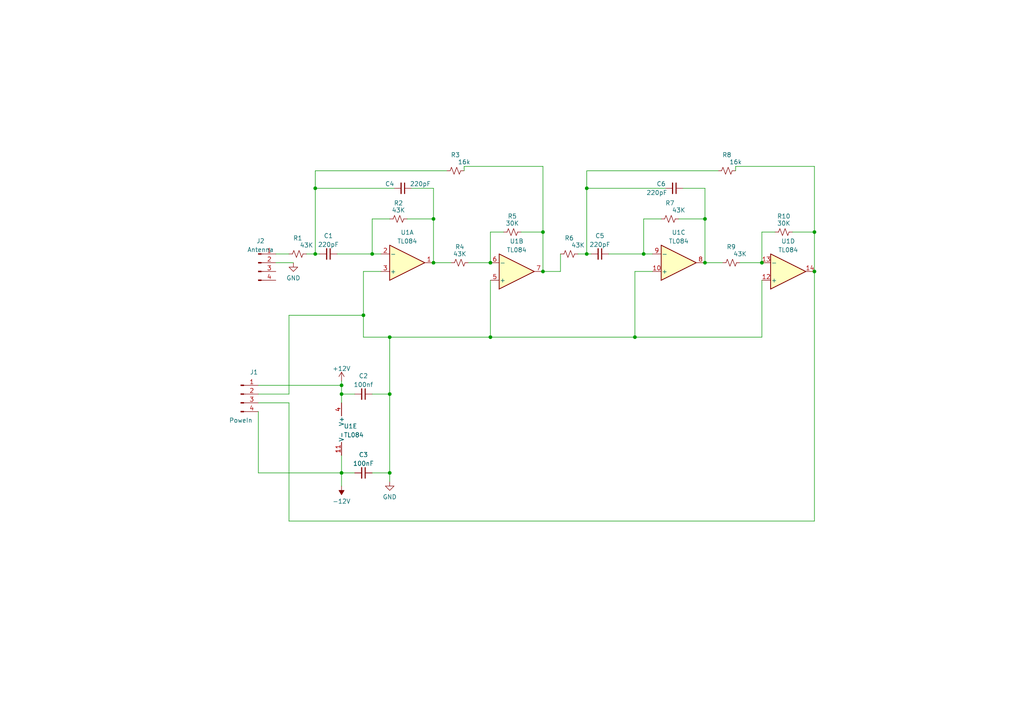
<source format=kicad_sch>
(kicad_sch (version 20211123) (generator eeschema)
  (paper "A4")
  (title_block (title "Antenna Amplier") (date "2022-05-03") (company "R&R"))
  (lib_symbols
    (symbol "Amplifier_Operational:TL084" (pin_names (offset 0.127))
      (property "Reference" "U" (at 0 5.08 0))
      (property "Value" "TL084" (at 0 -5.08 0))
      (symbol "TL084_1_1"
        (polyline (pts (xy -5.08 5.08) (xy 5.08 0) (xy -5.08 -5.08) (xy -5.08 5.08)) (stroke (width 0.254)) (fill (type background)))
        (pin output line (at 7.62 0 180) (length 2.54) (name "~") (number "1"))
        (pin input line (at -7.62 -2.54 0) (length 2.54) (name "-") (number "2"))
        (pin input line (at -7.62 2.54 0) (length 2.54) (name "+") (number "3"))
      )
      (symbol "TL084_2_1"
        (polyline (pts (xy -5.08 5.08) (xy 5.08 0) (xy -5.08 -5.08) (xy -5.08 5.08)) (stroke (width 0.254)) (fill (type background)))
        (pin input line (at -7.62 2.54 0) (length 2.54) (name "+") (number "5"))
        (pin input line (at -7.62 -2.54 0) (length 2.54) (name "-") (number "6"))
        (pin output line (at 7.62 0 180) (length 2.54) (name "~") (number "7"))
      )
      (symbol "TL084_3_1"
        (polyline (pts (xy -5.08 5.08) (xy 5.08 0) (xy -5.08 -5.08) (xy -5.08 5.08)) (stroke (width 0.254)) (fill (type background)))
        (pin input line (at -7.62 2.54 0) (length 2.54) (name "+") (number "10"))
        (pin output line (at 7.62 0 180) (length 2.54) (name "~") (number "8"))
        (pin input line (at -7.62 -2.54 0) (length 2.54) (name "-") (number "9"))
      )
      (symbol "TL084_4_1"
        (polyline (pts (xy -5.08 5.08) (xy 5.08 0) (xy -5.08 -5.08) (xy -5.08 5.08)) (stroke (width 0.254)) (fill (type background)))
        (pin input line (at -7.62 2.54 0) (length 2.54) (name "+") (number "12"))
        (pin input line (at -7.62 -2.54 0) (length 2.54) (name "-") (number "13"))
        (pin output line (at 7.62 0 180) (length 2.54) (name "~") (number "14"))
      )
      (symbol "TL084_5_1"
        (pin power_in line (at -2.54 -7.62 90) (length 3.81) (name "V-") (number "11"))
        (pin power_in line (at -2.54 7.62 270) (length 3.81) (name "V+") (number "4"))
      )
    )
    (symbol "Connector:Conn_01x04_Male" (pin_names (offset 1.016) hide)
      (property "Reference" "J" (at 0 5.08 0))
      (property "Value" "Conn_01x04_Male" (at 0 -7.62 0))
      (symbol "Conn_01x04_Male_1_1"
        (polyline (pts (xy 1.27 -5.08) (xy 0.8636 -5.08)) (stroke (width 0.1524)))
        (polyline (pts (xy 1.27 -2.54) (xy 0.8636 -2.54)) (stroke (width 0.1524)))
        (polyline (pts (xy 1.27 0) (xy 0.8636 0)) (stroke (width 0.1524)))
        (polyline (pts (xy 1.27 2.54) (xy 0.8636 2.54)) (stroke (width 0.1524)))
        (rectangle (start 0.8636 -4.953) (end 0 -5.207) (stroke (width 0.1524)) (fill (type outline)))
        (rectangle (start 0.8636 -2.413) (end 0 -2.667) (stroke (width 0.1524)) (fill (type outline)))
        (rectangle (start 0.8636 0.127) (end 0 -0.127) (stroke (width 0.1524)) (fill (type outline)))
        (rectangle (start 0.8636 2.667) (end 0 2.413) (stroke (width 0.1524)) (fill (type outline)))
        (pin passive line (at 5.08 2.54 180) (length 3.81) (name "Pin_1") (number "1"))
        (pin passive line (at 5.08 0 180) (length 3.81) (name "Pin_2") (number "2"))
        (pin passive line (at 5.08 -2.54 180) (length 3.81) (name "Pin_3") (number "3"))
        (pin passive line (at 5.08 -5.08 180) (length 3.81) (name "Pin_4") (number "4"))
      )
    )
    (symbol "Device:C_Small" (pin_numbers hide) (pin_names (offset 0.254) hide)
      (property "Reference" "C" (at 0.254 1.778 0))
      (property "Value" "C_Small" (at 0.254 -2.032 0))
      (symbol "C_Small_0_1"
        (polyline (pts (xy -1.524 -0.508) (xy 1.524 -0.508)) (stroke (width 0.3302)))
        (polyline (pts (xy -1.524 0.508) (xy 1.524 0.508)) (stroke (width 0.3048)))
      )
      (symbol "C_Small_1_1"
        (pin passive line (at 0 2.54 270) (length 2.032) (name "~") (number "1"))
        (pin passive line (at 0 -2.54 90) (length 2.032) (name "~") (number "2"))
      )
    )
    (symbol "Device:R_Small_US" (pin_numbers hide) (pin_names (offset 0.254) hide)
      (property "Reference" "R" (at 0.762 0.508 0))
      (property "Value" "R_Small_US" (at 0.762 -1.016 0))
      (symbol "R_Small_US_1_1"
        (polyline (pts (xy 0 0) (xy 1.016 -0.381) (xy 0 -0.762) (xy -1.016 -1.143) (xy 0 -1.524)))
        (polyline (pts (xy 0 1.524) (xy 1.016 1.143) (xy 0 0.762) (xy -1.016 0.381) (xy 0 0)))
        (pin passive line (at 0 2.54 270) (length 1.016) (name "~") (number "1"))
        (pin passive line (at 0 -2.54 90) (length 1.016) (name "~") (number "2"))
      )
    )
    (symbol "power:+12V" (power) (pin_names (offset 0))
      (property "Value" "+12V" (at 0 3.556 0))
      (symbol "+12V_0_1"
        (polyline (pts (xy -0.762 1.27) (xy 0 2.54)))
        (polyline (pts (xy 0 0) (xy 0 2.54)))
        (polyline (pts (xy 0 2.54) (xy 0.762 1.27)))
      )
      (symbol "+12V_1_1"
        (pin power_in line (at 0 0 90) (length 0) hide (name "+12V") (number "1"))
      )
    )
    (symbol "power:-12V" (power) (pin_names (offset 0))
      (property "Value" "-12V" (at 0 3.81 0))
      (symbol "-12V_0_0"
        (pin power_in line (at 0 0 90) (length 0) hide (name "-12V") (number "1"))
      )
      (symbol "-12V_0_1"
        (polyline (pts (xy 0 0) (xy 0 1.27) (xy 0.762 1.27) (xy 0 2.54) (xy -0.762 1.27) (xy 0 1.27)) (fill (type outline)))
      )
    )
    (symbol "power:GND" (power) (pin_names (offset 0))
      (property "Value" "GND" (at 0 -3.81 0))
      (symbol "GND_0_1"
        (polyline (pts (xy 0 0) (xy 0 -1.27) (xy 1.27 -1.27) (xy 0 -2.54) (xy -1.27 -1.27) (xy 0 -1.27)))
      )
      (symbol "GND_1_1"
        (pin power_in line (at 0 0 270) (length 0) hide (name "GND") (number "1"))
      )
    )
  )
  (junction (at 99.06 111.76))
  (junction (at 142.24 97.79))
  (junction (at 105.41 91.44))
  (junction (at 204.47 63.5))
  (junction (at 184.15 97.79))
  (junction (at 113.03 137.16))
  (junction (at 157.48 67.31))
  (junction (at 236.22 67.31))
  (junction (at 220.98 76.2))
  (junction (at 99.06 137.16))
  (junction (at 125.73 63.5))
  (junction (at 125.73 76.2))
  (junction (at 186.69 73.66))
  (junction (at 91.44 54.61))
  (junction (at 99.06 114.3))
  (junction (at 236.22 78.74))
  (junction (at 204.47 76.2))
  (junction (at 107.95 73.66))
  (junction (at 113.03 97.79))
  (junction (at 170.18 54.61))
  (junction (at 91.44 73.66))
  (junction (at 157.48 78.74))
  (junction (at 142.24 76.2))
  (junction (at 170.18 73.66))
  (junction (at 113.03 114.3))
  (wire (pts (xy 186.69 63.5) (xy 191.77 63.5)))
  (wire (pts (xy 224.79 67.31) (xy 220.98 67.31)))
  (wire (pts (xy 162.56 73.66) (xy 162.56 78.74)))
  (wire (pts (xy 91.44 73.66) (xy 92.71 73.66)))
  (wire (pts (xy 146.05 67.31) (xy 142.24 67.31)))
  (wire (pts (xy 229.87 67.31) (xy 236.22 67.31)))
  (wire (pts (xy 74.93 119.38) (xy 74.93 137.16)))
  (wire (pts (xy 125.73 54.61) (xy 125.73 63.5)))
  (wire (pts (xy 99.06 111.76) (xy 99.06 114.3)))
  (wire (pts (xy 118.11 63.5) (xy 125.73 63.5)))
  (wire (pts (xy 204.47 76.2) (xy 209.55 76.2)))
  (wire (pts (xy 105.41 78.74) (xy 105.41 91.44)))
  (wire (pts (xy 196.85 63.5) (xy 204.47 63.5)))
  (wire (pts (xy 157.48 78.74) (xy 162.56 78.74)))
  (wire (pts (xy 214.63 76.2) (xy 220.98 76.2)))
  (wire (pts (xy 125.73 76.2) (xy 125.73 63.5)))
  (wire (pts (xy 157.48 67.31) (xy 157.48 78.74)))
  (wire (pts (xy 170.18 73.66) (xy 171.45 73.66)))
  (wire (pts (xy 83.82 151.13) (xy 83.82 116.84)))
  (wire (pts (xy 83.82 91.44) (xy 105.41 91.44)))
  (wire (pts (xy 184.15 97.79) (xy 220.98 97.79)))
  (wire (pts (xy 184.15 78.74) (xy 184.15 97.79)))
  (wire (pts (xy 119.38 54.61) (xy 125.73 54.61)))
  (wire (pts (xy 113.03 97.79) (xy 142.24 97.79)))
  (wire (pts (xy 125.73 76.2) (xy 130.81 76.2)))
  (wire (pts (xy 157.48 48.26) (xy 134.62 48.26)))
  (wire (pts (xy 83.82 116.84) (xy 74.93 116.84)))
  (wire (pts (xy 91.44 54.61) (xy 114.3 54.61)))
  (wire (pts (xy 167.64 73.66) (xy 170.18 73.66)))
  (wire (pts (xy 113.03 137.16) (xy 113.03 139.7)))
  (wire (pts (xy 83.82 114.3) (xy 83.82 91.44)))
  (wire (pts (xy 213.36 48.26) (xy 213.36 49.53)))
  (wire (pts (xy 113.03 114.3) (xy 113.03 137.16)))
  (wire (pts (xy 74.93 114.3) (xy 83.82 114.3)))
  (wire (pts (xy 220.98 81.28) (xy 220.98 97.79)))
  (wire (pts (xy 99.06 110.49) (xy 99.06 111.76)))
  (wire (pts (xy 99.06 114.3) (xy 99.06 116.84)))
  (wire (pts (xy 170.18 49.53) (xy 170.18 54.61)))
  (wire (pts (xy 107.95 63.5) (xy 113.03 63.5)))
  (wire (pts (xy 220.98 67.31) (xy 220.98 76.2)))
  (wire (pts (xy 186.69 63.5) (xy 186.69 73.66)))
  (wire (pts (xy 105.41 97.79) (xy 113.03 97.79)))
  (wire (pts (xy 105.41 91.44) (xy 105.41 97.79)))
  (wire (pts (xy 113.03 137.16) (xy 107.95 137.16)))
  (wire (pts (xy 74.93 111.76) (xy 99.06 111.76)))
  (wire (pts (xy 135.89 76.2) (xy 142.24 76.2)))
  (wire (pts (xy 142.24 67.31) (xy 142.24 76.2)))
  (wire (pts (xy 80.01 76.2) (xy 85.09 76.2)))
  (wire (pts (xy 91.44 54.61) (xy 91.44 73.66)))
  (wire (pts (xy 204.47 54.61) (xy 204.47 63.5)))
  (wire (pts (xy 97.79 73.66) (xy 107.95 73.66)))
  (wire (pts (xy 91.44 49.53) (xy 91.44 54.61)))
  (wire (pts (xy 99.06 137.16) (xy 99.06 140.97)))
  (wire (pts (xy 204.47 76.2) (xy 204.47 63.5)))
  (wire (pts (xy 99.06 137.16) (xy 102.87 137.16)))
  (wire (pts (xy 91.44 49.53) (xy 129.54 49.53)))
  (wire (pts (xy 113.03 97.79) (xy 113.03 114.3)))
  (wire (pts (xy 142.24 97.79) (xy 184.15 97.79)))
  (wire (pts (xy 189.23 78.74) (xy 184.15 78.74)))
  (wire (pts (xy 107.95 63.5) (xy 107.95 73.66)))
  (wire (pts (xy 80.01 73.66) (xy 83.82 73.66)))
  (wire (pts (xy 88.9 73.66) (xy 91.44 73.66)))
  (wire (pts (xy 107.95 114.3) (xy 113.03 114.3)))
  (wire (pts (xy 170.18 49.53) (xy 208.28 49.53)))
  (wire (pts (xy 74.93 137.16) (xy 99.06 137.16)))
  (wire (pts (xy 157.48 48.26) (xy 157.48 67.31)))
  (wire (pts (xy 198.12 54.61) (xy 204.47 54.61)))
  (wire (pts (xy 107.95 73.66) (xy 110.49 73.66)))
  (wire (pts (xy 170.18 54.61) (xy 193.04 54.61)))
  (wire (pts (xy 236.22 151.13) (xy 83.82 151.13)))
  (wire (pts (xy 99.06 132.08) (xy 99.06 137.16)))
  (wire (pts (xy 134.62 48.26) (xy 134.62 49.53)))
  (wire (pts (xy 142.24 81.28) (xy 142.24 97.79)))
  (wire (pts (xy 236.22 48.26) (xy 236.22 67.31)))
  (wire (pts (xy 189.23 73.66) (xy 186.69 73.66)))
  (wire (pts (xy 170.18 54.61) (xy 170.18 73.66)))
  (wire (pts (xy 110.49 78.74) (xy 105.41 78.74)))
  (wire (pts (xy 236.22 78.74) (xy 236.22 151.13)))
  (wire (pts (xy 151.13 67.31) (xy 157.48 67.31)))
  (wire (pts (xy 176.53 73.66) (xy 186.69 73.66)))
  (wire (pts (xy 236.22 48.26) (xy 213.36 48.26)))
  (wire (pts (xy 236.22 67.31) (xy 236.22 78.74)))
  (wire (pts (xy 102.87 114.3) (xy 99.06 114.3)))
  (symbol (lib_id "Device:R_Small_US") (at 212.09 76.2 270) (unit 1)
    (property "Reference" "R9" (at 212.09 71.6112 90))
    (property "Value" "43K" (at 214.63 73.66 90))
    (property "Footprint" "Resistor_SMD:R_0603_1608Metric_Pad0.98x0.95mm_HandSolder" (effects hide))
  )
  (symbol (lib_id "power:+12V") (at 99.06 110.49 0) (unit 1)
    (property "Reference" "#PWR03" (effects hide))
    (property "Value" "+12V" (at 99.06 106.9142 0))
  )
  (symbol (lib_id "Device:R_Small_US") (at 227.33 67.31 270) (unit 1)
    (property "Reference" "R10" (at 227.33 62.7212 90))
    (property "Value" "30K" (at 227.33 64.77 90))
    (property "Footprint" "Resistor_SMD:R_0603_1608Metric_Pad0.98x0.95mm_HandSolder" (effects hide))
  )
  (symbol (lib_id "Amplifier_Operational:TL084") (at 228.6 78.74 0) (mirror x) (unit 4)
    (property "Reference" "U1" (at 228.6 69.9602 0))
    (property "Value" "TL084" (at 228.6 72.4971 0))
    (property "Footprint" "Package_SO:SOIC-14_3.9x8.7mm_P1.27mm" (effects hide))
    (property "Datasheet" "http://www.ti.com/lit/ds/symlink/tl081.pdf" (effects hide))
  )
  (symbol (lib_id "Device:R_Small_US") (at 86.36 73.66 270) (unit 1)
    (property "Reference" "R1" (at 86.36 69.0712 90))
    (property "Value" "43K" (at 88.9 71.12 90))
    (property "Footprint" "Resistor_SMD:R_0603_1608Metric_Pad0.98x0.95mm_HandSolder" (effects hide))
  )
  (symbol (lib_id "Amplifier_Operational:TL084") (at 196.85 76.2 0) (mirror x) (unit 3)
    (property "Reference" "U1" (at 196.85 67.4202 0))
    (property "Value" "TL084" (at 196.85 69.9571 0))
    (property "Footprint" "Package_SO:SOIC-14_3.9x8.7mm_P1.27mm" (effects hide))
    (property "Datasheet" "http://www.ti.com/lit/ds/symlink/tl081.pdf" (effects hide))
  )
  (symbol (lib_id "power:-12V") (at 99.06 140.97 0) (mirror x) (unit 1)
    (property "Reference" "#PWR04" (effects hide))
    (property "Value" "-12V" (at 99.06 145.4134 0))
  )
  (symbol (lib_id "Amplifier_Operational:TL084") (at 101.6 124.46 0) (unit 5)
    (property "Reference" "U1" (at 99.695 123.6253 0) (effects (justify left)))
    (property "Value" "TL084" (at 99.695 126.1622 0) (effects (justify left)))
    (property "Footprint" "Package_SO:SOIC-14_3.9x8.7mm_P1.27mm" (effects hide))
    (property "Datasheet" "http://www.ti.com/lit/ds/symlink/tl081.pdf" (effects hide))
  )
  (symbol (lib_id "Connector:Conn_01x04_Male") (at 69.85 114.3 0) (unit 1)
    (property "Reference" "J1" (at 73.66 107.95 0))
    (property "Value" "PoweIn" (at 69.85 121.92 0))
    (property "Footprint" "Connector_PinHeader_2.54mm:PinHeader_1x04_P2.54mm_Vertical" (effects hide))
  )
  (symbol (lib_id "Device:R_Small_US") (at 133.35 76.2 270) (unit 1)
    (property "Reference" "R4" (at 133.35 71.6112 90))
    (property "Value" "43K" (at 133.35 73.66 90))
    (property "Footprint" "Resistor_SMD:R_0603_1608Metric_Pad0.98x0.95mm_HandSolder" (effects hide))
  )
  (symbol (lib_id "power:GND") (at 85.09 76.2 0) (unit 1)
    (property "Reference" "#PWR02" (effects hide))
    (property "Value" "GND" (at 85.09 80.6434 0))
  )
  (symbol (lib_id "Amplifier_Operational:TL084") (at 118.11 76.2 0) (mirror x) (unit 1)
    (property "Reference" "U1" (at 118.11 67.4202 0))
    (property "Value" "TL084" (at 118.11 69.9571 0))
    (property "Footprint" "Package_SO:SOIC-14_3.9x8.7mm_P1.27mm" (effects hide))
    (property "Datasheet" "http://www.ti.com/lit/ds/symlink/tl081.pdf" (effects hide))
  )
  (symbol (lib_id "Device:C_Small") (at 173.99 73.66 270) (unit 1)
    (property "Reference" "C5" (at 173.9836 68.3981 90))
    (property "Value" "220pF" (at 173.9836 70.935 90))
    (property "Footprint" "Capacitor_SMD:C_0603_1608Metric_Pad1.08x0.95mm_HandSolder" (effects hide))
  )
  (symbol (lib_id "Device:R_Small_US") (at 148.59 67.31 270) (unit 1)
    (property "Reference" "R5" (at 148.59 62.7212 90))
    (property "Value" "30K" (at 148.59 64.77 90))
    (property "Footprint" "Resistor_SMD:R_0603_1608Metric_Pad0.98x0.95mm_HandSolder" (effects hide))
  )
  (symbol (lib_id "Connector:Conn_01x04_Male") (at 74.93 76.2 0) (unit 1)
    (property "Reference" "J2" (at 75.565 69.884 0))
    (property "Value" "Antenna" (at 75.565 72.4209 0))
    (property "Footprint" "Connector_PinHeader_2.54mm:PinHeader_1x04_P2.54mm_Vertical" (effects hide))
  )
  (symbol (lib_id "Device:R_Small_US") (at 165.1 73.66 270) (unit 1)
    (property "Reference" "R6" (at 165.1 69.0712 90))
    (property "Value" "43K" (at 167.64 71.12 90))
    (property "Footprint" "Resistor_SMD:R_0603_1608Metric_Pad0.98x0.95mm_HandSolder" (effects hide))
  )
  (symbol (lib_id "Device:R_Small_US") (at 132.08 49.53 270) (unit 1)
    (property "Reference" "R3" (at 132.08 44.9412 90))
    (property "Value" "16k" (at 134.62 46.99 90))
    (property "Footprint" "Resistor_SMD:R_0603_1608Metric_Pad0.98x0.95mm_HandSolder" (effects hide))
  )
  (symbol (lib_id "Device:C_Small") (at 195.58 54.61 270) (unit 1)
    (property "Reference" "C6" (at 191.77 53.34 90))
    (property "Value" "220pF" (at 190.5 55.88 90))
    (property "Footprint" "Capacitor_SMD:C_0603_1608Metric_Pad1.08x0.95mm_HandSolder" (effects hide))
  )
  (symbol (lib_id "Device:R_Small_US") (at 210.82 49.53 270) (unit 1)
    (property "Reference" "R8" (at 210.82 44.9412 90))
    (property "Value" "16k" (at 213.36 46.99 90))
    (property "Footprint" "Resistor_SMD:R_0603_1608Metric_Pad0.98x0.95mm_HandSolder" (effects hide))
  )
  (symbol (lib_id "Device:C_Small") (at 105.41 137.16 270) (unit 1)
    (property "Reference" "C3" (at 105.4036 131.8981 90))
    (property "Value" "100nF" (at 105.4036 134.435 90))
    (property "Footprint" "Capacitor_SMD:C_0603_1608Metric_Pad1.08x0.95mm_HandSolder" (effects hide))
  )
  (symbol (lib_id "Device:C_Small") (at 116.84 54.61 270) (unit 1)
    (property "Reference" "C4" (at 113.03 53.34 90))
    (property "Value" "220pF" (at 121.92 53.34 90))
    (property "Footprint" "Capacitor_SMD:C_0603_1608Metric_Pad1.08x0.95mm_HandSolder" (effects hide))
  )
  (symbol (lib_id "Amplifier_Operational:TL084") (at 149.86 78.74 0) (mirror x) (unit 2)
    (property "Reference" "U1" (at 149.86 69.9602 0))
    (property "Value" "TL084" (at 149.86 72.4971 0))
    (property "Footprint" "Package_SO:SOIC-14_3.9x8.7mm_P1.27mm" (effects hide))
    (property "Datasheet" "http://www.ti.com/lit/ds/symlink/tl081.pdf" (effects hide))
  )
  (symbol (lib_id "Device:C_Small") (at 105.41 114.3 270) (unit 1)
    (property "Reference" "C2" (at 105.4036 109.0381 90))
    (property "Value" "100nf" (at 105.4036 111.575 90))
    (property "Footprint" "Capacitor_SMD:C_0603_1608Metric_Pad1.08x0.95mm_HandSolder" (effects hide))
  )
  (symbol (lib_id "power:GND") (at 113.03 139.7 0) (unit 1)
    (property "Reference" "#PWR05" (effects hide))
    (property "Value" "GND" (at 113.03 144.1434 0))
  )
  (symbol (lib_id "Device:R_Small_US") (at 115.57 63.5 270) (unit 1)
    (property "Reference" "R2" (at 115.57 58.9112 90))
    (property "Value" "43K" (at 115.57 60.96 90))
    (property "Footprint" "Resistor_SMD:R_0603_1608Metric_Pad0.98x0.95mm_HandSolder" (effects hide))
  )
  (symbol (lib_id "Device:C_Small") (at 95.25 73.66 270) (unit 1)
    (property "Reference" "C1" (at 95.2436 68.3981 90))
    (property "Value" "220pF" (at 95.2436 70.935 90))
    (property "Footprint" "Capacitor_SMD:C_0603_1608Metric_Pad1.08x0.95mm_HandSolder" (effects hide))
  )
  (symbol (lib_id "Device:R_Small_US") (at 194.31 63.5 270) (unit 1)
    (property "Reference" "R7" (at 194.31 58.9112 90))
    (property "Value" "43K" (at 196.85 60.96 90))
    (property "Footprint" "Resistor_SMD:R_0603_1608Metric_Pad0.98x0.95mm_HandSolder" (effects hide))
  )
)
</source>
